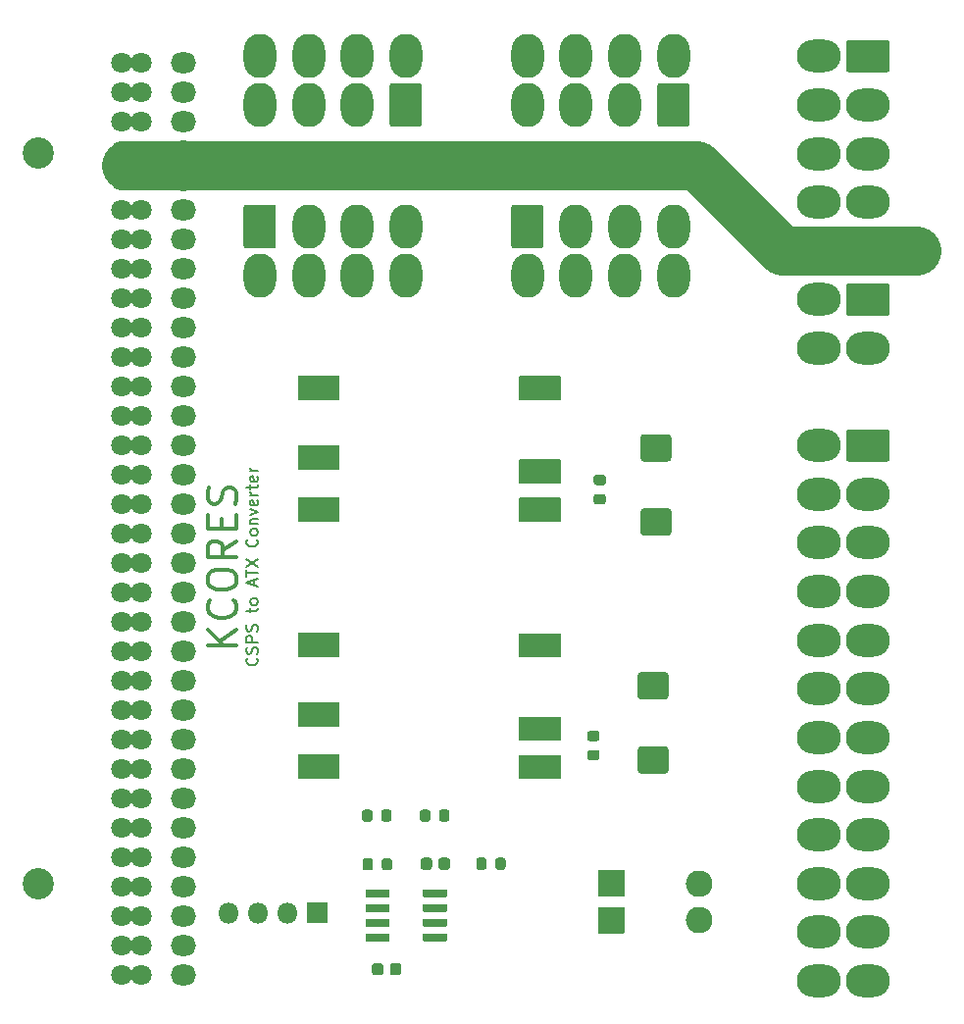
<source format=gts>
%TF.GenerationSoftware,KiCad,Pcbnew,(5.1.9)-1*%
%TF.CreationDate,2021-05-19T11:39:12+08:00*%
%TF.ProjectId,KCORES CSPS to ATX Converter,4b434f52-4553-4204-9353-505320746f20,1.0*%
%TF.SameCoordinates,Original*%
%TF.FileFunction,Soldermask,Top*%
%TF.FilePolarity,Negative*%
%FSLAX46Y46*%
G04 Gerber Fmt 4.6, Leading zero omitted, Abs format (unit mm)*
G04 Created by KiCad (PCBNEW (5.1.9)-1) date 2021-05-19 11:39:12*
%MOMM*%
%LPD*%
G01*
G04 APERTURE LIST*
%ADD10C,0.150000*%
%ADD11C,0.300000*%
%ADD12C,4.200000*%
%ADD13O,1.800000X1.800000*%
%ADD14O,2.180000X1.800000*%
%ADD15C,1.800000*%
%ADD16C,2.700000*%
%ADD17O,3.800000X2.800000*%
%ADD18O,2.800000X3.800000*%
%ADD19O,2.300000X2.300000*%
G04 APERTURE END LIST*
D10*
X119427142Y-131757142D02*
X119474761Y-131804761D01*
X119522380Y-131947619D01*
X119522380Y-132042857D01*
X119474761Y-132185714D01*
X119379523Y-132280952D01*
X119284285Y-132328571D01*
X119093809Y-132376190D01*
X118950952Y-132376190D01*
X118760476Y-132328571D01*
X118665238Y-132280952D01*
X118570000Y-132185714D01*
X118522380Y-132042857D01*
X118522380Y-131947619D01*
X118570000Y-131804761D01*
X118617619Y-131757142D01*
X119474761Y-131376190D02*
X119522380Y-131233333D01*
X119522380Y-130995238D01*
X119474761Y-130900000D01*
X119427142Y-130852380D01*
X119331904Y-130804761D01*
X119236666Y-130804761D01*
X119141428Y-130852380D01*
X119093809Y-130900000D01*
X119046190Y-130995238D01*
X118998571Y-131185714D01*
X118950952Y-131280952D01*
X118903333Y-131328571D01*
X118808095Y-131376190D01*
X118712857Y-131376190D01*
X118617619Y-131328571D01*
X118570000Y-131280952D01*
X118522380Y-131185714D01*
X118522380Y-130947619D01*
X118570000Y-130804761D01*
X119522380Y-130376190D02*
X118522380Y-130376190D01*
X118522380Y-129995238D01*
X118570000Y-129900000D01*
X118617619Y-129852380D01*
X118712857Y-129804761D01*
X118855714Y-129804761D01*
X118950952Y-129852380D01*
X118998571Y-129900000D01*
X119046190Y-129995238D01*
X119046190Y-130376190D01*
X119474761Y-129423809D02*
X119522380Y-129280952D01*
X119522380Y-129042857D01*
X119474761Y-128947619D01*
X119427142Y-128900000D01*
X119331904Y-128852380D01*
X119236666Y-128852380D01*
X119141428Y-128900000D01*
X119093809Y-128947619D01*
X119046190Y-129042857D01*
X118998571Y-129233333D01*
X118950952Y-129328571D01*
X118903333Y-129376190D01*
X118808095Y-129423809D01*
X118712857Y-129423809D01*
X118617619Y-129376190D01*
X118570000Y-129328571D01*
X118522380Y-129233333D01*
X118522380Y-128995238D01*
X118570000Y-128852380D01*
X118855714Y-127804761D02*
X118855714Y-127423809D01*
X118522380Y-127661904D02*
X119379523Y-127661904D01*
X119474761Y-127614285D01*
X119522380Y-127519047D01*
X119522380Y-127423809D01*
X119522380Y-126947619D02*
X119474761Y-127042857D01*
X119427142Y-127090476D01*
X119331904Y-127138095D01*
X119046190Y-127138095D01*
X118950952Y-127090476D01*
X118903333Y-127042857D01*
X118855714Y-126947619D01*
X118855714Y-126804761D01*
X118903333Y-126709523D01*
X118950952Y-126661904D01*
X119046190Y-126614285D01*
X119331904Y-126614285D01*
X119427142Y-126661904D01*
X119474761Y-126709523D01*
X119522380Y-126804761D01*
X119522380Y-126947619D01*
X119236666Y-125471428D02*
X119236666Y-124995238D01*
X119522380Y-125566666D02*
X118522380Y-125233333D01*
X119522380Y-124900000D01*
X118522380Y-124709523D02*
X118522380Y-124138095D01*
X119522380Y-124423809D02*
X118522380Y-124423809D01*
X118522380Y-123900000D02*
X119522380Y-123233333D01*
X118522380Y-123233333D02*
X119522380Y-123900000D01*
X119427142Y-121519047D02*
X119474761Y-121566666D01*
X119522380Y-121709523D01*
X119522380Y-121804761D01*
X119474761Y-121947619D01*
X119379523Y-122042857D01*
X119284285Y-122090476D01*
X119093809Y-122138095D01*
X118950952Y-122138095D01*
X118760476Y-122090476D01*
X118665238Y-122042857D01*
X118570000Y-121947619D01*
X118522380Y-121804761D01*
X118522380Y-121709523D01*
X118570000Y-121566666D01*
X118617619Y-121519047D01*
X119522380Y-120947619D02*
X119474761Y-121042857D01*
X119427142Y-121090476D01*
X119331904Y-121138095D01*
X119046190Y-121138095D01*
X118950952Y-121090476D01*
X118903333Y-121042857D01*
X118855714Y-120947619D01*
X118855714Y-120804761D01*
X118903333Y-120709523D01*
X118950952Y-120661904D01*
X119046190Y-120614285D01*
X119331904Y-120614285D01*
X119427142Y-120661904D01*
X119474761Y-120709523D01*
X119522380Y-120804761D01*
X119522380Y-120947619D01*
X118855714Y-120185714D02*
X119522380Y-120185714D01*
X118950952Y-120185714D02*
X118903333Y-120138095D01*
X118855714Y-120042857D01*
X118855714Y-119900000D01*
X118903333Y-119804761D01*
X118998571Y-119757142D01*
X119522380Y-119757142D01*
X118855714Y-119376190D02*
X119522380Y-119138095D01*
X118855714Y-118900000D01*
X119474761Y-118138095D02*
X119522380Y-118233333D01*
X119522380Y-118423809D01*
X119474761Y-118519047D01*
X119379523Y-118566666D01*
X118998571Y-118566666D01*
X118903333Y-118519047D01*
X118855714Y-118423809D01*
X118855714Y-118233333D01*
X118903333Y-118138095D01*
X118998571Y-118090476D01*
X119093809Y-118090476D01*
X119189047Y-118566666D01*
X119522380Y-117661904D02*
X118855714Y-117661904D01*
X119046190Y-117661904D02*
X118950952Y-117614285D01*
X118903333Y-117566666D01*
X118855714Y-117471428D01*
X118855714Y-117376190D01*
X118855714Y-117185714D02*
X118855714Y-116804761D01*
X118522380Y-117042857D02*
X119379523Y-117042857D01*
X119474761Y-116995238D01*
X119522380Y-116900000D01*
X119522380Y-116804761D01*
X119474761Y-116090476D02*
X119522380Y-116185714D01*
X119522380Y-116376190D01*
X119474761Y-116471428D01*
X119379523Y-116519047D01*
X118998571Y-116519047D01*
X118903333Y-116471428D01*
X118855714Y-116376190D01*
X118855714Y-116185714D01*
X118903333Y-116090476D01*
X118998571Y-116042857D01*
X119093809Y-116042857D01*
X119189047Y-116519047D01*
X119522380Y-115614285D02*
X118855714Y-115614285D01*
X119046190Y-115614285D02*
X118950952Y-115566666D01*
X118903333Y-115519047D01*
X118855714Y-115423809D01*
X118855714Y-115328571D01*
D11*
X117680952Y-130685714D02*
X115180952Y-130685714D01*
X117680952Y-129257142D02*
X116252380Y-130328571D01*
X115180952Y-129257142D02*
X116609523Y-130685714D01*
X117442857Y-126757142D02*
X117561904Y-126876190D01*
X117680952Y-127233333D01*
X117680952Y-127471428D01*
X117561904Y-127828571D01*
X117323809Y-128066666D01*
X117085714Y-128185714D01*
X116609523Y-128304761D01*
X116252380Y-128304761D01*
X115776190Y-128185714D01*
X115538095Y-128066666D01*
X115300000Y-127828571D01*
X115180952Y-127471428D01*
X115180952Y-127233333D01*
X115300000Y-126876190D01*
X115419047Y-126757142D01*
X115180952Y-125209523D02*
X115180952Y-124733333D01*
X115300000Y-124495238D01*
X115538095Y-124257142D01*
X116014285Y-124138095D01*
X116847619Y-124138095D01*
X117323809Y-124257142D01*
X117561904Y-124495238D01*
X117680952Y-124733333D01*
X117680952Y-125209523D01*
X117561904Y-125447619D01*
X117323809Y-125685714D01*
X116847619Y-125804761D01*
X116014285Y-125804761D01*
X115538095Y-125685714D01*
X115300000Y-125447619D01*
X115180952Y-125209523D01*
X117680952Y-121638095D02*
X116490476Y-122471428D01*
X117680952Y-123066666D02*
X115180952Y-123066666D01*
X115180952Y-122114285D01*
X115300000Y-121876190D01*
X115419047Y-121757142D01*
X115657142Y-121638095D01*
X116014285Y-121638095D01*
X116252380Y-121757142D01*
X116371428Y-121876190D01*
X116490476Y-122114285D01*
X116490476Y-123066666D01*
X116371428Y-120566666D02*
X116371428Y-119733333D01*
X117680952Y-119376190D02*
X117680952Y-120566666D01*
X115180952Y-120566666D01*
X115180952Y-119376190D01*
X117561904Y-118423809D02*
X117680952Y-118066666D01*
X117680952Y-117471428D01*
X117561904Y-117233333D01*
X117442857Y-117114285D01*
X117204761Y-116995238D01*
X116966666Y-116995238D01*
X116728571Y-117114285D01*
X116609523Y-117233333D01*
X116490476Y-117471428D01*
X116371428Y-117947619D01*
X116252380Y-118185714D01*
X116133333Y-118304761D01*
X115895238Y-118423809D01*
X115657142Y-118423809D01*
X115419047Y-118304761D01*
X115300000Y-118185714D01*
X115180952Y-117947619D01*
X115180952Y-117352380D01*
X115300000Y-116995238D01*
D12*
X164850000Y-96600000D02*
X176400000Y-96600000D01*
X157500000Y-89250000D02*
X164850000Y-96600000D01*
X108150000Y-89250000D02*
X157500000Y-89250000D01*
%TO.C,U4*%
G36*
G01*
X133785000Y-152345000D02*
X133785000Y-151745000D01*
G75*
G02*
X133835000Y-151695000I50000J0D01*
G01*
X135805000Y-151695000D01*
G75*
G02*
X135855000Y-151745000I0J-50000D01*
G01*
X135855000Y-152345000D01*
G75*
G02*
X135805000Y-152395000I-50000J0D01*
G01*
X133835000Y-152395000D01*
G75*
G02*
X133785000Y-152345000I0J50000D01*
G01*
G37*
G36*
G01*
X133785000Y-153615000D02*
X133785000Y-153015000D01*
G75*
G02*
X133835000Y-152965000I50000J0D01*
G01*
X135805000Y-152965000D01*
G75*
G02*
X135855000Y-153015000I0J-50000D01*
G01*
X135855000Y-153615000D01*
G75*
G02*
X135805000Y-153665000I-50000J0D01*
G01*
X133835000Y-153665000D01*
G75*
G02*
X133785000Y-153615000I0J50000D01*
G01*
G37*
G36*
G01*
X133785000Y-154885000D02*
X133785000Y-154285000D01*
G75*
G02*
X133835000Y-154235000I50000J0D01*
G01*
X135805000Y-154235000D01*
G75*
G02*
X135855000Y-154285000I0J-50000D01*
G01*
X135855000Y-154885000D01*
G75*
G02*
X135805000Y-154935000I-50000J0D01*
G01*
X133835000Y-154935000D01*
G75*
G02*
X133785000Y-154885000I0J50000D01*
G01*
G37*
G36*
G01*
X133785000Y-156155000D02*
X133785000Y-155555000D01*
G75*
G02*
X133835000Y-155505000I50000J0D01*
G01*
X135805000Y-155505000D01*
G75*
G02*
X135855000Y-155555000I0J-50000D01*
G01*
X135855000Y-156155000D01*
G75*
G02*
X135805000Y-156205000I-50000J0D01*
G01*
X133835000Y-156205000D01*
G75*
G02*
X133785000Y-156155000I0J50000D01*
G01*
G37*
G36*
G01*
X128845000Y-156155000D02*
X128845000Y-155555000D01*
G75*
G02*
X128895000Y-155505000I50000J0D01*
G01*
X130865000Y-155505000D01*
G75*
G02*
X130915000Y-155555000I0J-50000D01*
G01*
X130915000Y-156155000D01*
G75*
G02*
X130865000Y-156205000I-50000J0D01*
G01*
X128895000Y-156205000D01*
G75*
G02*
X128845000Y-156155000I0J50000D01*
G01*
G37*
G36*
G01*
X128845000Y-154885000D02*
X128845000Y-154285000D01*
G75*
G02*
X128895000Y-154235000I50000J0D01*
G01*
X130865000Y-154235000D01*
G75*
G02*
X130915000Y-154285000I0J-50000D01*
G01*
X130915000Y-154885000D01*
G75*
G02*
X130865000Y-154935000I-50000J0D01*
G01*
X128895000Y-154935000D01*
G75*
G02*
X128845000Y-154885000I0J50000D01*
G01*
G37*
G36*
G01*
X128845000Y-153615000D02*
X128845000Y-153015000D01*
G75*
G02*
X128895000Y-152965000I50000J0D01*
G01*
X130865000Y-152965000D01*
G75*
G02*
X130915000Y-153015000I0J-50000D01*
G01*
X130915000Y-153615000D01*
G75*
G02*
X130865000Y-153665000I-50000J0D01*
G01*
X128895000Y-153665000D01*
G75*
G02*
X128845000Y-153615000I0J50000D01*
G01*
G37*
G36*
G01*
X128845000Y-152345000D02*
X128845000Y-151745000D01*
G75*
G02*
X128895000Y-151695000I50000J0D01*
G01*
X130865000Y-151695000D01*
G75*
G02*
X130915000Y-151745000I0J-50000D01*
G01*
X130915000Y-152345000D01*
G75*
G02*
X130865000Y-152395000I-50000J0D01*
G01*
X128895000Y-152395000D01*
G75*
G02*
X128845000Y-152345000I0J50000D01*
G01*
G37*
%TD*%
%TO.C,R4*%
G36*
G01*
X140025000Y-149800000D02*
X140025000Y-149200000D01*
G75*
G02*
X140250000Y-148975000I225000J0D01*
G01*
X140700000Y-148975000D01*
G75*
G02*
X140925000Y-149200000I0J-225000D01*
G01*
X140925000Y-149800000D01*
G75*
G02*
X140700000Y-150025000I-225000J0D01*
G01*
X140250000Y-150025000D01*
G75*
G02*
X140025000Y-149800000I0J225000D01*
G01*
G37*
G36*
G01*
X138375000Y-149800000D02*
X138375000Y-149200000D01*
G75*
G02*
X138600000Y-148975000I225000J0D01*
G01*
X139050000Y-148975000D01*
G75*
G02*
X139275000Y-149200000I0J-225000D01*
G01*
X139275000Y-149800000D01*
G75*
G02*
X139050000Y-150025000I-225000J0D01*
G01*
X138600000Y-150025000D01*
G75*
G02*
X138375000Y-149800000I0J225000D01*
G01*
G37*
%TD*%
%TO.C,R3*%
G36*
G01*
X130175000Y-145650000D02*
X130175000Y-145050000D01*
G75*
G02*
X130400000Y-144825000I225000J0D01*
G01*
X130850000Y-144825000D01*
G75*
G02*
X131075000Y-145050000I0J-225000D01*
G01*
X131075000Y-145650000D01*
G75*
G02*
X130850000Y-145875000I-225000J0D01*
G01*
X130400000Y-145875000D01*
G75*
G02*
X130175000Y-145650000I0J225000D01*
G01*
G37*
G36*
G01*
X128525000Y-145650000D02*
X128525000Y-145050000D01*
G75*
G02*
X128750000Y-144825000I225000J0D01*
G01*
X129200000Y-144825000D01*
G75*
G02*
X129425000Y-145050000I0J-225000D01*
G01*
X129425000Y-145650000D01*
G75*
G02*
X129200000Y-145875000I-225000J0D01*
G01*
X128750000Y-145875000D01*
G75*
G02*
X128525000Y-145650000I0J225000D01*
G01*
G37*
%TD*%
%TO.C,R2*%
G36*
G01*
X135175000Y-145650000D02*
X135175000Y-145050000D01*
G75*
G02*
X135400000Y-144825000I225000J0D01*
G01*
X135850000Y-144825000D01*
G75*
G02*
X136075000Y-145050000I0J-225000D01*
G01*
X136075000Y-145650000D01*
G75*
G02*
X135850000Y-145875000I-225000J0D01*
G01*
X135400000Y-145875000D01*
G75*
G02*
X135175000Y-145650000I0J225000D01*
G01*
G37*
G36*
G01*
X133525000Y-145650000D02*
X133525000Y-145050000D01*
G75*
G02*
X133750000Y-144825000I225000J0D01*
G01*
X134200000Y-144825000D01*
G75*
G02*
X134425000Y-145050000I0J-225000D01*
G01*
X134425000Y-145650000D01*
G75*
G02*
X134200000Y-145875000I-225000J0D01*
G01*
X133750000Y-145875000D01*
G75*
G02*
X133525000Y-145650000I0J225000D01*
G01*
G37*
%TD*%
%TO.C,R1*%
G36*
G01*
X130225000Y-149850000D02*
X130225000Y-149250000D01*
G75*
G02*
X130450000Y-149025000I225000J0D01*
G01*
X130900000Y-149025000D01*
G75*
G02*
X131125000Y-149250000I0J-225000D01*
G01*
X131125000Y-149850000D01*
G75*
G02*
X130900000Y-150075000I-225000J0D01*
G01*
X130450000Y-150075000D01*
G75*
G02*
X130225000Y-149850000I0J225000D01*
G01*
G37*
G36*
G01*
X128575000Y-149850000D02*
X128575000Y-149250000D01*
G75*
G02*
X128800000Y-149025000I225000J0D01*
G01*
X129250000Y-149025000D01*
G75*
G02*
X129475000Y-149250000I0J-225000D01*
G01*
X129475000Y-149850000D01*
G75*
G02*
X129250000Y-150075000I-225000J0D01*
G01*
X128800000Y-150075000D01*
G75*
G02*
X128575000Y-149850000I0J225000D01*
G01*
G37*
%TD*%
%TO.C,C5*%
G36*
G01*
X134575000Y-149225000D02*
X134575000Y-149775000D01*
G75*
G02*
X134325000Y-150025000I-250000J0D01*
G01*
X133825000Y-150025000D01*
G75*
G02*
X133575000Y-149775000I0J250000D01*
G01*
X133575000Y-149225000D01*
G75*
G02*
X133825000Y-148975000I250000J0D01*
G01*
X134325000Y-148975000D01*
G75*
G02*
X134575000Y-149225000I0J-250000D01*
G01*
G37*
G36*
G01*
X136125000Y-149225000D02*
X136125000Y-149775000D01*
G75*
G02*
X135875000Y-150025000I-250000J0D01*
G01*
X135375000Y-150025000D01*
G75*
G02*
X135125000Y-149775000I0J250000D01*
G01*
X135125000Y-149225000D01*
G75*
G02*
X135375000Y-148975000I250000J0D01*
G01*
X135875000Y-148975000D01*
G75*
G02*
X136125000Y-149225000I0J-250000D01*
G01*
G37*
%TD*%
%TO.C,C4*%
G36*
G01*
X130375000Y-158325000D02*
X130375000Y-158875000D01*
G75*
G02*
X130125000Y-159125000I-250000J0D01*
G01*
X129625000Y-159125000D01*
G75*
G02*
X129375000Y-158875000I0J250000D01*
G01*
X129375000Y-158325000D01*
G75*
G02*
X129625000Y-158075000I250000J0D01*
G01*
X130125000Y-158075000D01*
G75*
G02*
X130375000Y-158325000I0J-250000D01*
G01*
G37*
G36*
G01*
X131925000Y-158325000D02*
X131925000Y-158875000D01*
G75*
G02*
X131675000Y-159125000I-250000J0D01*
G01*
X131175000Y-159125000D01*
G75*
G02*
X130925000Y-158875000I0J250000D01*
G01*
X130925000Y-158325000D01*
G75*
G02*
X131175000Y-158075000I250000J0D01*
G01*
X131675000Y-158075000D01*
G75*
G02*
X131925000Y-158325000I0J-250000D01*
G01*
G37*
%TD*%
%TO.C,U3*%
G36*
G01*
X145620000Y-131700000D02*
X142120000Y-131700000D01*
G75*
G02*
X142070000Y-131650000I0J50000D01*
G01*
X142070000Y-129650000D01*
G75*
G02*
X142120000Y-129600000I50000J0D01*
G01*
X145620000Y-129600000D01*
G75*
G02*
X145670000Y-129650000I0J-50000D01*
G01*
X145670000Y-131650000D01*
G75*
G02*
X145620000Y-131700000I-50000J0D01*
G01*
G37*
G36*
G01*
X145620000Y-138900000D02*
X142120000Y-138900000D01*
G75*
G02*
X142070000Y-138850000I0J50000D01*
G01*
X142070000Y-136850000D01*
G75*
G02*
X142120000Y-136800000I50000J0D01*
G01*
X145620000Y-136800000D01*
G75*
G02*
X145670000Y-136850000I0J-50000D01*
G01*
X145670000Y-138850000D01*
G75*
G02*
X145620000Y-138900000I-50000J0D01*
G01*
G37*
G36*
G01*
X145620000Y-142200000D02*
X142120000Y-142200000D01*
G75*
G02*
X142070000Y-142150000I0J50000D01*
G01*
X142070000Y-140150000D01*
G75*
G02*
X142120000Y-140100000I50000J0D01*
G01*
X145620000Y-140100000D01*
G75*
G02*
X145670000Y-140150000I0J-50000D01*
G01*
X145670000Y-142150000D01*
G75*
G02*
X145620000Y-142200000I-50000J0D01*
G01*
G37*
G36*
G01*
X126530000Y-142180000D02*
X123030000Y-142180000D01*
G75*
G02*
X122980000Y-142130000I0J50000D01*
G01*
X122980000Y-140130000D01*
G75*
G02*
X123030000Y-140080000I50000J0D01*
G01*
X126530000Y-140080000D01*
G75*
G02*
X126580000Y-140130000I0J-50000D01*
G01*
X126580000Y-142130000D01*
G75*
G02*
X126530000Y-142180000I-50000J0D01*
G01*
G37*
G36*
G01*
X126530000Y-137680000D02*
X123030000Y-137680000D01*
G75*
G02*
X122980000Y-137630000I0J50000D01*
G01*
X122980000Y-135630000D01*
G75*
G02*
X123030000Y-135580000I50000J0D01*
G01*
X126530000Y-135580000D01*
G75*
G02*
X126580000Y-135630000I0J-50000D01*
G01*
X126580000Y-137630000D01*
G75*
G02*
X126530000Y-137680000I-50000J0D01*
G01*
G37*
G36*
G01*
X126530000Y-131680000D02*
X123030000Y-131680000D01*
G75*
G02*
X122980000Y-131630000I0J50000D01*
G01*
X122980000Y-129630000D01*
G75*
G02*
X123030000Y-129580000I50000J0D01*
G01*
X126530000Y-129580000D01*
G75*
G02*
X126580000Y-129630000I0J-50000D01*
G01*
X126580000Y-131630000D01*
G75*
G02*
X126530000Y-131680000I-50000J0D01*
G01*
G37*
%TD*%
%TO.C,U1*%
G36*
G01*
X145620000Y-109500000D02*
X142120000Y-109500000D01*
G75*
G02*
X142070000Y-109450000I0J50000D01*
G01*
X142070000Y-107450000D01*
G75*
G02*
X142120000Y-107400000I50000J0D01*
G01*
X145620000Y-107400000D01*
G75*
G02*
X145670000Y-107450000I0J-50000D01*
G01*
X145670000Y-109450000D01*
G75*
G02*
X145620000Y-109500000I-50000J0D01*
G01*
G37*
G36*
G01*
X145620000Y-116700000D02*
X142120000Y-116700000D01*
G75*
G02*
X142070000Y-116650000I0J50000D01*
G01*
X142070000Y-114650000D01*
G75*
G02*
X142120000Y-114600000I50000J0D01*
G01*
X145620000Y-114600000D01*
G75*
G02*
X145670000Y-114650000I0J-50000D01*
G01*
X145670000Y-116650000D01*
G75*
G02*
X145620000Y-116700000I-50000J0D01*
G01*
G37*
G36*
G01*
X145620000Y-120000000D02*
X142120000Y-120000000D01*
G75*
G02*
X142070000Y-119950000I0J50000D01*
G01*
X142070000Y-117950000D01*
G75*
G02*
X142120000Y-117900000I50000J0D01*
G01*
X145620000Y-117900000D01*
G75*
G02*
X145670000Y-117950000I0J-50000D01*
G01*
X145670000Y-119950000D01*
G75*
G02*
X145620000Y-120000000I-50000J0D01*
G01*
G37*
G36*
G01*
X126530000Y-119980000D02*
X123030000Y-119980000D01*
G75*
G02*
X122980000Y-119930000I0J50000D01*
G01*
X122980000Y-117930000D01*
G75*
G02*
X123030000Y-117880000I50000J0D01*
G01*
X126530000Y-117880000D01*
G75*
G02*
X126580000Y-117930000I0J-50000D01*
G01*
X126580000Y-119930000D01*
G75*
G02*
X126530000Y-119980000I-50000J0D01*
G01*
G37*
G36*
G01*
X126530000Y-115480000D02*
X123030000Y-115480000D01*
G75*
G02*
X122980000Y-115430000I0J50000D01*
G01*
X122980000Y-113430000D01*
G75*
G02*
X123030000Y-113380000I50000J0D01*
G01*
X126530000Y-113380000D01*
G75*
G02*
X126580000Y-113430000I0J-50000D01*
G01*
X126580000Y-115430000D01*
G75*
G02*
X126530000Y-115480000I-50000J0D01*
G01*
G37*
G36*
G01*
X126530000Y-109480000D02*
X123030000Y-109480000D01*
G75*
G02*
X122980000Y-109430000I0J50000D01*
G01*
X122980000Y-107430000D01*
G75*
G02*
X123030000Y-107380000I50000J0D01*
G01*
X126530000Y-107380000D01*
G75*
G02*
X126580000Y-107430000I0J-50000D01*
G01*
X126580000Y-109430000D01*
G75*
G02*
X126530000Y-109480000I-50000J0D01*
G01*
G37*
%TD*%
%TO.C,R7*%
G36*
G01*
X148800000Y-138925000D02*
X148200000Y-138925000D01*
G75*
G02*
X147975000Y-138700000I0J225000D01*
G01*
X147975000Y-138250000D01*
G75*
G02*
X148200000Y-138025000I225000J0D01*
G01*
X148800000Y-138025000D01*
G75*
G02*
X149025000Y-138250000I0J-225000D01*
G01*
X149025000Y-138700000D01*
G75*
G02*
X148800000Y-138925000I-225000J0D01*
G01*
G37*
G36*
G01*
X148800000Y-140575000D02*
X148200000Y-140575000D01*
G75*
G02*
X147975000Y-140350000I0J225000D01*
G01*
X147975000Y-139900000D01*
G75*
G02*
X148200000Y-139675000I225000J0D01*
G01*
X148800000Y-139675000D01*
G75*
G02*
X149025000Y-139900000I0J-225000D01*
G01*
X149025000Y-140350000D01*
G75*
G02*
X148800000Y-140575000I-225000J0D01*
G01*
G37*
%TD*%
%TO.C,R5*%
G36*
G01*
X149350000Y-116825000D02*
X148750000Y-116825000D01*
G75*
G02*
X148525000Y-116600000I0J225000D01*
G01*
X148525000Y-116150000D01*
G75*
G02*
X148750000Y-115925000I225000J0D01*
G01*
X149350000Y-115925000D01*
G75*
G02*
X149575000Y-116150000I0J-225000D01*
G01*
X149575000Y-116600000D01*
G75*
G02*
X149350000Y-116825000I-225000J0D01*
G01*
G37*
G36*
G01*
X149350000Y-118475000D02*
X148750000Y-118475000D01*
G75*
G02*
X148525000Y-118250000I0J225000D01*
G01*
X148525000Y-117800000D01*
G75*
G02*
X148750000Y-117575000I225000J0D01*
G01*
X149350000Y-117575000D01*
G75*
G02*
X149575000Y-117800000I0J-225000D01*
G01*
X149575000Y-118250000D01*
G75*
G02*
X149350000Y-118475000I-225000J0D01*
G01*
G37*
%TD*%
%TO.C,C3*%
G36*
G01*
X152586110Y-139375000D02*
X154713890Y-139375000D01*
G75*
G02*
X154975000Y-139636110I0J-261110D01*
G01*
X154975000Y-141463890D01*
G75*
G02*
X154713890Y-141725000I-261110J0D01*
G01*
X152586110Y-141725000D01*
G75*
G02*
X152325000Y-141463890I0J261110D01*
G01*
X152325000Y-139636110D01*
G75*
G02*
X152586110Y-139375000I261110J0D01*
G01*
G37*
G36*
G01*
X152586110Y-132975000D02*
X154713890Y-132975000D01*
G75*
G02*
X154975000Y-133236110I0J-261110D01*
G01*
X154975000Y-135063890D01*
G75*
G02*
X154713890Y-135325000I-261110J0D01*
G01*
X152586110Y-135325000D01*
G75*
G02*
X152325000Y-135063890I0J261110D01*
G01*
X152325000Y-133236110D01*
G75*
G02*
X152586110Y-132975000I261110J0D01*
G01*
G37*
%TD*%
%TO.C,C1*%
G36*
G01*
X154963890Y-114775000D02*
X152836110Y-114775000D01*
G75*
G02*
X152575000Y-114513890I0J261110D01*
G01*
X152575000Y-112686110D01*
G75*
G02*
X152836110Y-112425000I261110J0D01*
G01*
X154963890Y-112425000D01*
G75*
G02*
X155225000Y-112686110I0J-261110D01*
G01*
X155225000Y-114513890D01*
G75*
G02*
X154963890Y-114775000I-261110J0D01*
G01*
G37*
G36*
G01*
X154963890Y-121175000D02*
X152836110Y-121175000D01*
G75*
G02*
X152575000Y-120913890I0J261110D01*
G01*
X152575000Y-119086110D01*
G75*
G02*
X152836110Y-118825000I261110J0D01*
G01*
X154963890Y-118825000D01*
G75*
G02*
X155225000Y-119086110I0J-261110D01*
G01*
X155225000Y-120913890D01*
G75*
G02*
X154963890Y-121175000I-261110J0D01*
G01*
G37*
%TD*%
D13*
%TO.C,J2*%
X117010000Y-153740000D03*
X119550000Y-153740000D03*
X122090000Y-153740000D03*
G36*
G01*
X123780000Y-152840000D02*
X125480000Y-152840000D01*
G75*
G02*
X125530000Y-152890000I0J-50000D01*
G01*
X125530000Y-154590000D01*
G75*
G02*
X125480000Y-154640000I-50000J0D01*
G01*
X123780000Y-154640000D01*
G75*
G02*
X123730000Y-154590000I0J50000D01*
G01*
X123730000Y-152890000D01*
G75*
G02*
X123780000Y-152840000I50000J0D01*
G01*
G37*
%TD*%
D14*
%TO.C,J1*%
X113070000Y-80330000D03*
X113070000Y-82870000D03*
X113070000Y-85410000D03*
X113070000Y-87950000D03*
X113070000Y-90490000D03*
X113070000Y-93030000D03*
X113070000Y-95570000D03*
X113070000Y-98110000D03*
X113070000Y-100650000D03*
X113070000Y-103190000D03*
X113070000Y-105730000D03*
X113070000Y-108270000D03*
X113070000Y-110810000D03*
X113070000Y-113350000D03*
X113070000Y-115890000D03*
X113070000Y-118430000D03*
X113070000Y-120970000D03*
X113070000Y-123510000D03*
X113070000Y-126050000D03*
X113070000Y-128590000D03*
X113070000Y-131130000D03*
X113070000Y-133670000D03*
X113070000Y-136210000D03*
X113070000Y-138750000D03*
X113070000Y-141290000D03*
X113070000Y-143830000D03*
X113070000Y-146370000D03*
X113070000Y-148910000D03*
X113070000Y-151450000D03*
X113070000Y-153990000D03*
X113070000Y-156530000D03*
X113070000Y-159070000D03*
D15*
X107800000Y-159070000D03*
X107800000Y-156530000D03*
X107800000Y-153990000D03*
X107800000Y-151450000D03*
X107800000Y-148910000D03*
X107800000Y-146370000D03*
X107800000Y-143830000D03*
X107800000Y-141290000D03*
X107800000Y-138750000D03*
X107800000Y-136210000D03*
X107800000Y-133670000D03*
X107800000Y-131130000D03*
X107800000Y-128590000D03*
X107800000Y-126050000D03*
X107800000Y-123510000D03*
X107800000Y-120970000D03*
X107800000Y-118430000D03*
X107800000Y-115890000D03*
X107800000Y-113350000D03*
X107800000Y-110810000D03*
X107800000Y-108270000D03*
X107800000Y-105730000D03*
X107800000Y-103190000D03*
X107800000Y-100650000D03*
X107800000Y-98110000D03*
X107800000Y-95570000D03*
X107800000Y-93030000D03*
X107800000Y-90490000D03*
X107800000Y-87950000D03*
X107800000Y-85410000D03*
X107800000Y-82870000D03*
X109450000Y-159070000D03*
X109450000Y-156530000D03*
X109450000Y-153990000D03*
X109450000Y-151450000D03*
X109450000Y-148910000D03*
X109450000Y-146370000D03*
X109450000Y-143830000D03*
X109450000Y-141290000D03*
X109450000Y-138750000D03*
X109450000Y-136210000D03*
X109450000Y-133670000D03*
X109450000Y-131130000D03*
X109450000Y-128590000D03*
X109450000Y-126050000D03*
X109450000Y-123510000D03*
X109450000Y-120970000D03*
X109450000Y-118430000D03*
X109450000Y-115890000D03*
X109450000Y-113350000D03*
X109450000Y-110810000D03*
X109450000Y-108270000D03*
X109450000Y-105730000D03*
X109450000Y-103190000D03*
X109450000Y-100650000D03*
X109450000Y-98110000D03*
X109450000Y-95570000D03*
X109450000Y-93030000D03*
X109450000Y-90490000D03*
X109450000Y-87950000D03*
X109450000Y-85410000D03*
X109450000Y-82870000D03*
D16*
X100600000Y-151220000D03*
X100600000Y-88180000D03*
D15*
X107800000Y-80330000D03*
X109450000Y-80330000D03*
%TD*%
D17*
%TO.C,J7*%
X168000000Y-92400000D03*
X168000000Y-88200000D03*
X168000000Y-84000000D03*
X168000000Y-79800000D03*
X172200000Y-92400000D03*
X172200000Y-88200000D03*
G36*
G01*
X170560400Y-78400000D02*
X173839600Y-78400000D01*
G75*
G02*
X174100000Y-78660400I0J-260400D01*
G01*
X174100000Y-80939600D01*
G75*
G02*
X173839600Y-81200000I-260400J0D01*
G01*
X170560400Y-81200000D01*
G75*
G02*
X170300000Y-80939600I0J260400D01*
G01*
X170300000Y-78660400D01*
G75*
G02*
X170560400Y-78400000I260400J0D01*
G01*
G37*
X172200000Y-84000000D03*
%TD*%
D18*
%TO.C,J6*%
X155400000Y-98700000D03*
X151200000Y-98700000D03*
X147000000Y-98700000D03*
X142800000Y-98700000D03*
X155400000Y-94500000D03*
X151200000Y-94500000D03*
G36*
G01*
X141400000Y-96139600D02*
X141400000Y-92860400D01*
G75*
G02*
X141660400Y-92600000I260400J0D01*
G01*
X143939600Y-92600000D01*
G75*
G02*
X144200000Y-92860400I0J-260400D01*
G01*
X144200000Y-96139600D01*
G75*
G02*
X143939600Y-96400000I-260400J0D01*
G01*
X141660400Y-96400000D01*
G75*
G02*
X141400000Y-96139600I0J260400D01*
G01*
G37*
X147000000Y-94500000D03*
%TD*%
%TO.C,J5*%
X142800000Y-79800000D03*
X147000000Y-79800000D03*
X151200000Y-79800000D03*
X155400000Y-79800000D03*
X142800000Y-84000000D03*
X147000000Y-84000000D03*
G36*
G01*
X156800000Y-82360400D02*
X156800000Y-85639600D01*
G75*
G02*
X156539600Y-85900000I-260400J0D01*
G01*
X154260400Y-85900000D01*
G75*
G02*
X154000000Y-85639600I0J260400D01*
G01*
X154000000Y-82360400D01*
G75*
G02*
X154260400Y-82100000I260400J0D01*
G01*
X156539600Y-82100000D01*
G75*
G02*
X156800000Y-82360400I0J-260400D01*
G01*
G37*
X151200000Y-84000000D03*
%TD*%
%TO.C,J4*%
X132300000Y-98700000D03*
X128100000Y-98700000D03*
X123900000Y-98700000D03*
X119700000Y-98700000D03*
X132300000Y-94500000D03*
X128100000Y-94500000D03*
G36*
G01*
X118300000Y-96139600D02*
X118300000Y-92860400D01*
G75*
G02*
X118560400Y-92600000I260400J0D01*
G01*
X120839600Y-92600000D01*
G75*
G02*
X121100000Y-92860400I0J-260400D01*
G01*
X121100000Y-96139600D01*
G75*
G02*
X120839600Y-96400000I-260400J0D01*
G01*
X118560400Y-96400000D01*
G75*
G02*
X118300000Y-96139600I0J260400D01*
G01*
G37*
X123900000Y-94500000D03*
%TD*%
%TO.C,J3*%
X119700000Y-79800000D03*
X123900000Y-79800000D03*
X128100000Y-79800000D03*
X132300000Y-79800000D03*
X119700000Y-84000000D03*
X123900000Y-84000000D03*
G36*
G01*
X133700000Y-82360400D02*
X133700000Y-85639600D01*
G75*
G02*
X133439600Y-85900000I-260400J0D01*
G01*
X131160400Y-85900000D01*
G75*
G02*
X130900000Y-85639600I0J260400D01*
G01*
X130900000Y-82360400D01*
G75*
G02*
X131160400Y-82100000I260400J0D01*
G01*
X133439600Y-82100000D01*
G75*
G02*
X133700000Y-82360400I0J-260400D01*
G01*
G37*
X128100000Y-84000000D03*
%TD*%
D17*
%TO.C,J9*%
X168000000Y-159600000D03*
X168000000Y-155400000D03*
X168000000Y-151200000D03*
X168000000Y-147000000D03*
X168000000Y-142800000D03*
X168000000Y-138600000D03*
X168000000Y-134400000D03*
X168000000Y-130200000D03*
X168000000Y-126000000D03*
X168000000Y-121800000D03*
X168000000Y-117600000D03*
X168000000Y-113400000D03*
X172200000Y-159600000D03*
X172200000Y-155400000D03*
X172200000Y-151200000D03*
X172200000Y-147000000D03*
X172200000Y-142800000D03*
X172200000Y-138600000D03*
X172200000Y-134400000D03*
X172200000Y-130200000D03*
X172200000Y-126000000D03*
X172200000Y-121800000D03*
G36*
G01*
X170560400Y-112000000D02*
X173839600Y-112000000D01*
G75*
G02*
X174100000Y-112260400I0J-260400D01*
G01*
X174100000Y-114539600D01*
G75*
G02*
X173839600Y-114800000I-260400J0D01*
G01*
X170560400Y-114800000D01*
G75*
G02*
X170300000Y-114539600I0J260400D01*
G01*
X170300000Y-112260400D01*
G75*
G02*
X170560400Y-112000000I260400J0D01*
G01*
G37*
X172200000Y-117600000D03*
%TD*%
%TO.C,J8*%
G36*
G01*
X170560400Y-99400000D02*
X173839600Y-99400000D01*
G75*
G02*
X174100000Y-99660400I0J-260400D01*
G01*
X174100000Y-101939600D01*
G75*
G02*
X173839600Y-102200000I-260400J0D01*
G01*
X170560400Y-102200000D01*
G75*
G02*
X170300000Y-101939600I0J260400D01*
G01*
X170300000Y-99660400D01*
G75*
G02*
X170560400Y-99400000I260400J0D01*
G01*
G37*
X172200000Y-105000000D03*
X168000000Y-100800000D03*
X168000000Y-105000000D03*
%TD*%
D19*
%TO.C,D2*%
X157650000Y-154375000D03*
G36*
G01*
X148880000Y-155475000D02*
X148880000Y-153275000D01*
G75*
G02*
X148930000Y-153225000I50000J0D01*
G01*
X151130000Y-153225000D01*
G75*
G02*
X151180000Y-153275000I0J-50000D01*
G01*
X151180000Y-155475000D01*
G75*
G02*
X151130000Y-155525000I-50000J0D01*
G01*
X148930000Y-155525000D01*
G75*
G02*
X148880000Y-155475000I0J50000D01*
G01*
G37*
%TD*%
%TO.C,D1*%
X157650000Y-151200000D03*
G36*
G01*
X148880000Y-152300000D02*
X148880000Y-150100000D01*
G75*
G02*
X148930000Y-150050000I50000J0D01*
G01*
X151130000Y-150050000D01*
G75*
G02*
X151180000Y-150100000I0J-50000D01*
G01*
X151180000Y-152300000D01*
G75*
G02*
X151130000Y-152350000I-50000J0D01*
G01*
X148930000Y-152350000D01*
G75*
G02*
X148880000Y-152300000I0J50000D01*
G01*
G37*
%TD*%
M02*

</source>
